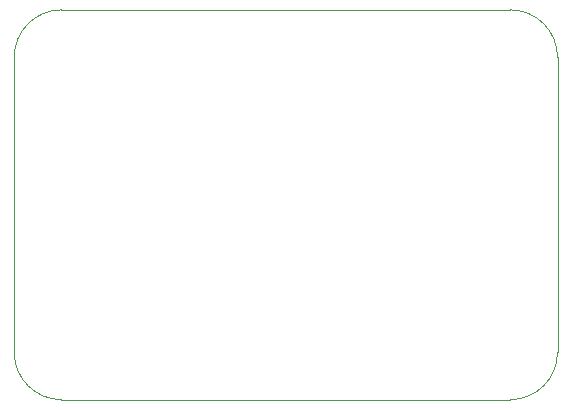
<source format=gm1>
%TF.GenerationSoftware,KiCad,Pcbnew,7.0.6*%
%TF.CreationDate,2023-07-17T23:29:13+02:00*%
%TF.ProjectId,bulb_driver,62756c62-5f64-4726-9976-65722e6b6963,rev?*%
%TF.SameCoordinates,Original*%
%TF.FileFunction,Profile,NP*%
%FSLAX46Y46*%
G04 Gerber Fmt 4.6, Leading zero omitted, Abs format (unit mm)*
G04 Created by KiCad (PCBNEW 7.0.6) date 2023-07-17 23:29:13*
%MOMM*%
%LPD*%
G01*
G04 APERTURE LIST*
%TA.AperFunction,Profile*%
%ADD10C,0.100000*%
%TD*%
G04 APERTURE END LIST*
D10*
X90500000Y-66000000D02*
G75*
G03*
X86500000Y-70000000I0J-4000000D01*
G01*
X86500000Y-95000000D02*
G75*
G03*
X90500000Y-99000000I4000000J0D01*
G01*
X132500000Y-70000000D02*
X132500000Y-95000000D01*
X132500000Y-70000000D02*
G75*
G03*
X128500000Y-66000000I-4000000J0D01*
G01*
X90500000Y-66000000D02*
X128500000Y-66000000D01*
X90500000Y-99000000D02*
X128500000Y-99000000D01*
X128500000Y-99000000D02*
G75*
G03*
X132500000Y-95000000I0J4000000D01*
G01*
X86500000Y-70000000D02*
X86500000Y-95000000D01*
M02*

</source>
